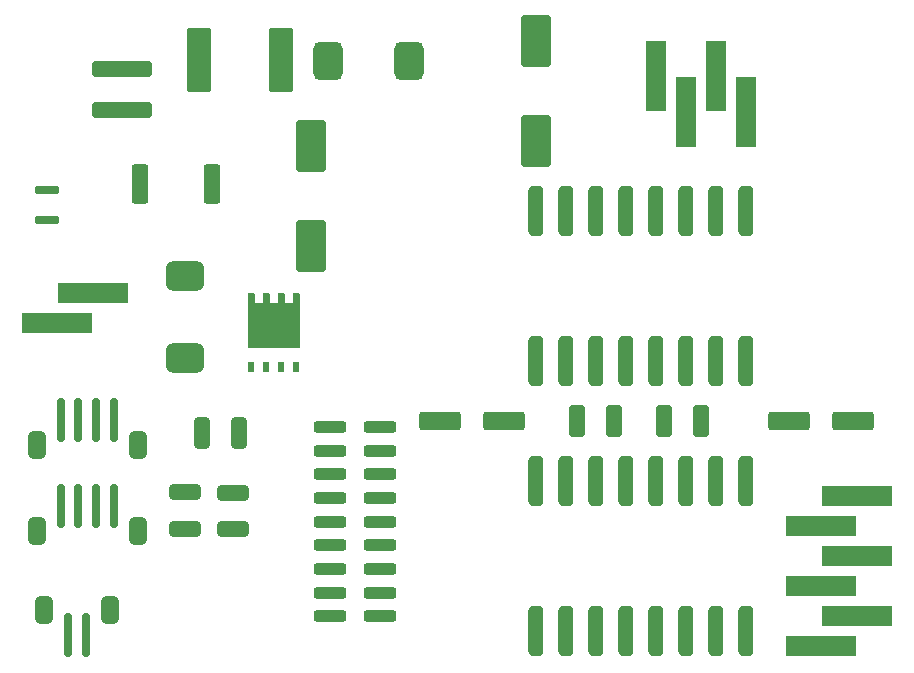
<source format=gbr>
%TF.GenerationSoftware,KiCad,Pcbnew,7.0.10*%
%TF.CreationDate,2024-03-01T15:17:48+01:00*%
%TF.ProjectId,arenaPCBv2,6172656e-6150-4434-9276-322e6b696361,rev?*%
%TF.SameCoordinates,Original*%
%TF.FileFunction,Paste,Top*%
%TF.FilePolarity,Positive*%
%FSLAX46Y46*%
G04 Gerber Fmt 4.6, Leading zero omitted, Abs format (unit mm)*
G04 Created by KiCad (PCBNEW 7.0.10) date 2024-03-01 15:17:48*
%MOMM*%
%LPD*%
G01*
G04 APERTURE LIST*
G04 Aperture macros list*
%AMRoundRect*
0 Rectangle with rounded corners*
0 $1 Rounding radius*
0 $2 $3 $4 $5 $6 $7 $8 $9 X,Y pos of 4 corners*
0 Add a 4 corners polygon primitive as box body*
4,1,4,$2,$3,$4,$5,$6,$7,$8,$9,$2,$3,0*
0 Add four circle primitives for the rounded corners*
1,1,$1+$1,$2,$3*
1,1,$1+$1,$4,$5*
1,1,$1+$1,$6,$7*
1,1,$1+$1,$8,$9*
0 Add four rect primitives between the rounded corners*
20,1,$1+$1,$2,$3,$4,$5,0*
20,1,$1+$1,$4,$5,$6,$7,0*
20,1,$1+$1,$6,$7,$8,$9,0*
20,1,$1+$1,$8,$9,$2,$3,0*%
G04 Aperture macros list end*
%ADD10R,0.508000X0.838200*%
%ADD11R,4.419600X3.759206*%
%ADD12R,0.609600X0.812800*%
%ADD13RoundRect,0.350000X-2.200000X0.350000X-2.200000X-0.350000X2.200000X-0.350000X2.200000X0.350000X0*%
%ADD14RoundRect,0.250000X-1.125000X0.250000X-1.125000X-0.250000X1.125000X-0.250000X1.125000X0.250000X0*%
%ADD15RoundRect,0.250000X-1.075000X0.400000X-1.075000X-0.400000X1.075000X-0.400000X1.075000X0.400000X0*%
%ADD16RoundRect,0.317500X0.317500X1.782500X-0.317500X1.782500X-0.317500X-1.782500X0.317500X-1.782500X0*%
%ADD17RoundRect,0.317500X-0.317500X-1.782500X0.317500X-1.782500X0.317500X1.782500X-0.317500X1.782500X0*%
%ADD18RoundRect,0.250000X0.400000X1.075000X-0.400000X1.075000X-0.400000X-1.075000X0.400000X-1.075000X0*%
%ADD19RoundRect,0.249999X0.450001X1.425001X-0.450001X1.425001X-0.450001X-1.425001X0.450001X-1.425001X0*%
%ADD20R,5.969000X1.778000*%
%ADD21R,1.778000X5.969000*%
%ADD22RoundRect,0.172500X0.867500X-0.172500X0.867500X0.172500X-0.867500X0.172500X-0.867500X-0.172500X0*%
%ADD23RoundRect,0.175000X-0.175000X-1.675000X0.175000X-1.675000X0.175000X1.675000X-0.175000X1.675000X0*%
%ADD24RoundRect,0.375000X-0.375000X-0.775000X0.375000X-0.775000X0.375000X0.775000X-0.375000X0.775000X0*%
%ADD25RoundRect,0.175000X0.175000X1.675000X-0.175000X1.675000X-0.175000X-1.675000X0.175000X-1.675000X0*%
%ADD26RoundRect,0.375000X0.375000X0.775000X-0.375000X0.775000X-0.375000X-0.775000X0.375000X-0.775000X0*%
%ADD27RoundRect,0.250001X-0.799999X-2.474999X0.799999X-2.474999X0.799999X2.474999X-0.799999X2.474999X0*%
%ADD28RoundRect,0.625000X-1.025000X0.625000X-1.025000X-0.625000X1.025000X-0.625000X1.025000X0.625000X0*%
%ADD29RoundRect,0.625000X-0.625000X-1.025000X0.625000X-1.025000X0.625000X1.025000X-0.625000X1.025000X0*%
%ADD30RoundRect,0.250000X-1.500000X-0.550000X1.500000X-0.550000X1.500000X0.550000X-1.500000X0.550000X0*%
%ADD31RoundRect,0.250000X0.412500X1.100000X-0.412500X1.100000X-0.412500X-1.100000X0.412500X-1.100000X0*%
%ADD32RoundRect,0.250000X-0.412500X-1.100000X0.412500X-1.100000X0.412500X1.100000X-0.412500X1.100000X0*%
%ADD33RoundRect,0.250000X1.500000X0.550000X-1.500000X0.550000X-1.500000X-0.550000X1.500000X-0.550000X0*%
%ADD34RoundRect,0.250000X1.000000X-1.950000X1.000000X1.950000X-1.000000X1.950000X-1.000000X-1.950000X0*%
%ADD35RoundRect,0.250000X-1.000000X1.950000X-1.000000X-1.950000X1.000000X-1.950000X1.000000X1.950000X0*%
G04 APERTURE END LIST*
%TO.C,Q1*%
G36*
X129899800Y-83993899D02*
G01*
X130560200Y-83993899D01*
X130560200Y-83181099D01*
X131169800Y-83181099D01*
X131169800Y-83993899D01*
X131830200Y-83993899D01*
X131830200Y-83181099D01*
X132439800Y-83181099D01*
X132439800Y-83993899D01*
X133100200Y-83993899D01*
X133100200Y-83181099D01*
X133709800Y-83181099D01*
X133709800Y-87753109D01*
X129290200Y-87753109D01*
X129290200Y-83181099D01*
X129899800Y-83181099D01*
X129899800Y-83993899D01*
G37*
%TD*%
D10*
%TO.C,Q1*%
X133405000Y-89412501D03*
D11*
X131500000Y-85873506D03*
D12*
X129595000Y-83587499D03*
X130865000Y-83587499D03*
X132135000Y-83587499D03*
X133405000Y-83587499D03*
D10*
X129595000Y-89412501D03*
X130865000Y-89412501D03*
X132135000Y-89412501D03*
%TD*%
D13*
%TO.C,J6*%
X118650000Y-67663000D03*
X118650000Y-64163000D03*
%TD*%
D14*
%TO.C,J9*%
X140500000Y-94500000D03*
X136250000Y-94500000D03*
X140500000Y-96500000D03*
X136250000Y-96500000D03*
X140500000Y-98500000D03*
X136250000Y-98500000D03*
X140500000Y-100500000D03*
X136250000Y-100500000D03*
X140500000Y-102500000D03*
X136250000Y-102500000D03*
X140500000Y-104500000D03*
X136250000Y-104500000D03*
X140500000Y-106500000D03*
X136250000Y-106500000D03*
X140500000Y-108500000D03*
X136250000Y-108500000D03*
X140500000Y-110500000D03*
X136250000Y-110500000D03*
%TD*%
D15*
%TO.C,R3*%
X123952000Y-103100000D03*
X123952000Y-100000000D03*
%TD*%
D16*
%TO.C,U2*%
X171450000Y-111760000D03*
X168910000Y-111760000D03*
X166370000Y-111760000D03*
X163830000Y-111760000D03*
X161290000Y-111760000D03*
X158750000Y-111760000D03*
X156210000Y-111760000D03*
X153670000Y-111760000D03*
X153670000Y-99060000D03*
X156210000Y-99060000D03*
X158750000Y-99060000D03*
X161290000Y-99060000D03*
X163830000Y-99060000D03*
X166370000Y-99060000D03*
X168910000Y-99060000D03*
X171450000Y-99060000D03*
%TD*%
D17*
%TO.C,U1*%
X153670000Y-76200000D03*
X156210000Y-76200000D03*
X158750000Y-76200000D03*
X161290000Y-76200000D03*
X163830000Y-76200000D03*
X166370000Y-76200000D03*
X168910000Y-76200000D03*
X171450000Y-76200000D03*
X171450000Y-88900000D03*
X168910000Y-88900000D03*
X166370000Y-88900000D03*
X163830000Y-88900000D03*
X161290000Y-88900000D03*
X158750000Y-88900000D03*
X156210000Y-88900000D03*
X153670000Y-88900000D03*
%TD*%
D18*
%TO.C,R4*%
X125450000Y-94996000D03*
X128550000Y-94996000D03*
%TD*%
D15*
%TO.C,R2*%
X128016000Y-100050000D03*
X128016000Y-103150000D03*
%TD*%
D19*
%TO.C,R1*%
X126240000Y-73914000D03*
X120140000Y-73914000D03*
%TD*%
D20*
%TO.C,J8*%
X180839999Y-100330000D03*
X177800000Y-102870000D03*
X180839999Y-105410000D03*
X177800000Y-107950000D03*
X180839999Y-110490000D03*
X177800000Y-113030000D03*
%TD*%
D21*
%TO.C,J7*%
X163830000Y-64770000D03*
X166370000Y-67809999D03*
X168910000Y-64770000D03*
X171450000Y-67809999D03*
%TD*%
D22*
%TO.C,J5*%
X112297500Y-76961800D03*
X112297500Y-74421800D03*
%TD*%
D23*
%TO.C,J4*%
X117950000Y-101150000D03*
X116450000Y-101150000D03*
X114950000Y-101150000D03*
X113450000Y-101150000D03*
D24*
X120000000Y-103250000D03*
X111400000Y-103250000D03*
%TD*%
D25*
%TO.C,J3*%
X114050000Y-112100000D03*
X115550000Y-112100000D03*
D26*
X112000000Y-110000000D03*
X117600000Y-110000000D03*
%TD*%
D23*
%TO.C,J2*%
X117950000Y-93900000D03*
X116450000Y-93900000D03*
X114950000Y-93900000D03*
X113450000Y-93900000D03*
D24*
X120000000Y-96000000D03*
X111400000Y-96000000D03*
%TD*%
D20*
%TO.C,J1*%
X113133600Y-85636520D03*
X116173599Y-83096520D03*
%TD*%
D27*
%TO.C,F1*%
X125130000Y-63373000D03*
X132080000Y-63373000D03*
%TD*%
D28*
%TO.C,D2*%
X124000000Y-81698000D03*
X124000000Y-88598000D03*
%TD*%
D29*
%TO.C,D1*%
X136052000Y-63500000D03*
X142952000Y-63500000D03*
%TD*%
D30*
%TO.C,C6*%
X180500000Y-93980000D03*
X175100000Y-93980000D03*
%TD*%
D31*
%TO.C,C5*%
X164515000Y-93980000D03*
X167640000Y-93980000D03*
%TD*%
D32*
%TO.C,C4*%
X160312500Y-93980000D03*
X157187500Y-93980000D03*
%TD*%
D33*
%TO.C,C3*%
X145540000Y-93980000D03*
X150940000Y-93980000D03*
%TD*%
D34*
%TO.C,C2*%
X153670000Y-70240000D03*
X153670000Y-61840000D03*
%TD*%
D35*
%TO.C,C1*%
X134620000Y-70730000D03*
X134620000Y-79130000D03*
%TD*%
M02*

</source>
